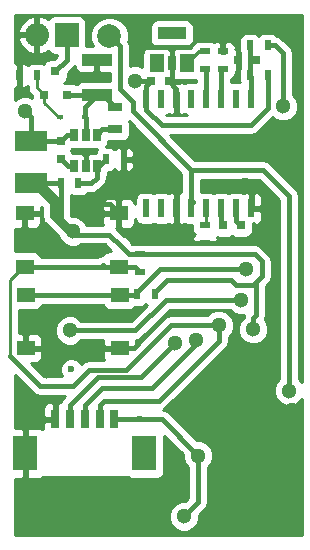
<source format=gbr>
G04 #@! TF.FileFunction,Copper,L1,Top,Signal*
%FSLAX46Y46*%
G04 Gerber Fmt 4.6, Leading zero omitted, Abs format (unit mm)*
G04 Created by KiCad (PCBNEW (2015-09-15 BZR 6201)-product) date Mittwoch, 11. Mai 2016 'u18' 17:18:36*
%MOMM*%
G01*
G04 APERTURE LIST*
%ADD10C,0.100000*%
%ADD11R,1.300000X0.700000*%
%ADD12R,0.800000X0.750000*%
%ADD13R,0.750000X0.800000*%
%ADD14R,0.590000X0.450000*%
%ADD15R,2.794000X1.778000*%
%ADD16R,0.500000X0.900000*%
%ADD17R,0.900000X0.500000*%
%ADD18R,1.200000X1.500000*%
%ADD19R,2.400000X1.100000*%
%ADD20R,0.800000X1.200000*%
%ADD21R,1.550000X1.300000*%
%ADD22R,0.800100X0.800100*%
%ADD23R,0.690880X1.000760*%
%ADD24R,0.600000X1.500000*%
%ADD25R,2.032000X2.032000*%
%ADD26O,2.032000X2.032000*%
%ADD27R,0.800000X1.600000*%
%ADD28R,2.100000X3.000000*%
%ADD29R,2.500000X1.000000*%
%ADD30C,1.300000*%
%ADD31C,2.000000*%
%ADD32C,0.600000*%
%ADD33C,0.400000*%
%ADD34C,0.250000*%
%ADD35C,0.254000*%
G04 APERTURE END LIST*
D10*
D11*
X136144000Y-62616000D03*
X136144000Y-64516000D03*
D12*
X148082000Y-58674000D03*
X146582000Y-58674000D03*
D13*
X131572000Y-67032000D03*
X131572000Y-65532000D03*
D12*
X145312000Y-72644000D03*
X146812000Y-72644000D03*
X139216000Y-60452000D03*
X140716000Y-60452000D03*
D14*
X133643000Y-63500000D03*
X131533000Y-63500000D03*
D15*
X129032000Y-65532000D03*
X129032000Y-69088000D03*
D16*
X147586000Y-57404000D03*
X149086000Y-57404000D03*
D17*
X143764000Y-74144000D03*
X143764000Y-72644000D03*
X145288000Y-59412000D03*
X145288000Y-57912000D03*
X143764000Y-59412000D03*
X143764000Y-57912000D03*
X138303000Y-75069000D03*
X138303000Y-76569000D03*
D16*
X139516000Y-78466000D03*
X138016000Y-78466000D03*
X129540000Y-59944000D03*
X128040000Y-59944000D03*
D18*
X139700000Y-58928000D03*
X142240000Y-58928000D03*
D19*
X140970000Y-56388000D03*
D20*
X140970000Y-58928000D03*
D16*
X131572000Y-69088000D03*
X133072000Y-69088000D03*
X135394000Y-67056000D03*
X136894000Y-67056000D03*
D21*
X128524000Y-76128000D03*
X128524000Y-71628000D03*
X136474000Y-71628000D03*
X136474000Y-76128000D03*
X128613000Y-83022000D03*
X128613000Y-78522000D03*
X136563000Y-78522000D03*
X136563000Y-83022000D03*
D22*
X130175000Y-61595000D03*
X132075000Y-61595000D03*
X131125000Y-59596020D03*
D23*
X132720080Y-67624960D03*
X133670040Y-67624960D03*
X134620000Y-67624960D03*
X134620000Y-65024000D03*
X133670040Y-65024000D03*
X132720080Y-65024000D03*
D24*
X138811000Y-71198000D03*
X140081000Y-71198000D03*
X141351000Y-71198000D03*
X142621000Y-71198000D03*
X143891000Y-71198000D03*
X145161000Y-71198000D03*
X146431000Y-71198000D03*
X147701000Y-71198000D03*
X147701000Y-61898000D03*
X146431000Y-61898000D03*
X145161000Y-61898000D03*
X143891000Y-61898000D03*
X142621000Y-61898000D03*
X141351000Y-61898000D03*
X140081000Y-61898000D03*
X138811000Y-61898000D03*
D25*
X132080000Y-56515000D03*
D26*
X129540000Y-56515000D03*
D27*
X131104000Y-89048000D03*
X132354000Y-89048000D03*
X133604000Y-89048000D03*
X134854000Y-89048000D03*
X136104000Y-89048000D03*
D28*
X128554000Y-91948000D03*
X138654000Y-91948000D03*
D16*
X149086000Y-59944000D03*
X147586000Y-59944000D03*
D29*
X134620000Y-61595000D03*
X134620000Y-58595000D03*
D30*
X139193882Y-67992341D03*
X144023271Y-66050086D03*
X138430000Y-96647000D03*
X146177000Y-84201000D03*
X151130000Y-88265000D03*
X147193000Y-69215000D03*
X128270000Y-97028000D03*
X130429000Y-84963000D03*
X128778000Y-88392000D03*
X137847863Y-57086563D03*
X150888269Y-86626802D03*
D31*
X135696725Y-56611311D03*
D30*
X147867074Y-81432959D03*
D32*
X132461000Y-84836000D03*
X138264640Y-89048000D03*
D30*
X143190499Y-92128613D03*
X132588000Y-73152000D03*
X141986000Y-97282000D03*
X137848692Y-60382392D03*
X128524000Y-62992000D03*
X146858742Y-78956366D03*
X132334000Y-81534000D03*
X147293477Y-76317115D03*
X150393651Y-62538607D03*
X144956876Y-81083671D03*
X143051642Y-82308440D03*
X141240266Y-82618962D03*
D33*
X133670040Y-65024000D02*
X133670040Y-63527040D01*
X133670040Y-63527040D02*
X133643000Y-63500000D01*
D34*
X134620000Y-61595000D02*
X135123000Y-61595000D01*
D33*
X135123000Y-61595000D02*
X136144000Y-62616000D01*
X133643000Y-63500000D02*
X133643000Y-62572000D01*
X133643000Y-62572000D02*
X134620000Y-61595000D01*
X132075000Y-61595000D02*
X134620000Y-61595000D01*
X141351000Y-71198000D02*
X141351000Y-69703266D01*
X141351000Y-69703266D02*
X139640075Y-67992341D01*
X139640075Y-67992341D02*
X139193882Y-67992341D01*
X138430000Y-96647000D02*
X138557000Y-96520000D01*
X146177000Y-84201000D02*
X146826999Y-83551001D01*
X146826999Y-83551001D02*
X146826999Y-83453999D01*
X136563000Y-83022000D02*
X137738000Y-83022000D01*
X137738000Y-83022000D02*
X138303000Y-82457000D01*
X147701000Y-71198000D02*
X147701000Y-69723000D01*
X147701000Y-69723000D02*
X147193000Y-69215000D01*
X131104000Y-89048000D02*
X129434000Y-89048000D01*
X129434000Y-89048000D02*
X128778000Y-88392000D01*
X134620000Y-70866000D02*
X135712000Y-70866000D01*
X135712000Y-70866000D02*
X136474000Y-71628000D01*
X134620000Y-70866000D02*
X134620000Y-70104000D01*
X134620000Y-70104000D02*
X135636000Y-69088000D01*
X139065000Y-57531000D02*
X142494000Y-57531000D01*
X140970000Y-57531000D02*
X139065000Y-57531000D01*
X140970000Y-57928000D02*
X140970000Y-57531000D01*
X140970000Y-58928000D02*
X140970000Y-57928000D01*
X133670040Y-67624960D02*
X133670040Y-66724580D01*
X133670040Y-66724580D02*
X133604000Y-66658540D01*
X140970000Y-58928000D02*
X140970000Y-60198000D01*
X140970000Y-60198000D02*
X140716000Y-60452000D01*
X141351000Y-61898000D02*
X141351000Y-61087000D01*
X141351000Y-61087000D02*
X140716000Y-60452000D01*
X150888269Y-85707564D02*
X150888269Y-86626802D01*
X150888269Y-70116269D02*
X150888269Y-85707564D01*
X148705830Y-67933830D02*
X150888269Y-70116269D01*
X142621000Y-67933830D02*
X148705830Y-67933830D01*
X142621000Y-71198000D02*
X142621000Y-67933830D01*
X142621000Y-67933830D02*
X137657307Y-62970137D01*
X136562467Y-61080837D02*
X136562467Y-57477053D01*
X137657307Y-62970137D02*
X137657307Y-62175677D01*
X137657307Y-62175677D02*
X136562467Y-61080837D01*
X136562467Y-57477053D02*
X135696725Y-56611311D01*
X142621000Y-71198000D02*
X142621000Y-70748000D01*
X142621000Y-70748000D02*
X142748000Y-70621000D01*
X147586000Y-58674000D02*
X147586000Y-57404000D01*
X147586000Y-59944000D02*
X147586000Y-58674000D01*
X147701000Y-61898000D02*
X147701000Y-60059000D01*
X147701000Y-60059000D02*
X147586000Y-59944000D01*
D34*
X147803000Y-62000000D02*
X147701000Y-61898000D01*
D33*
X130810000Y-71882000D02*
X132080000Y-73152000D01*
X132080000Y-73152000D02*
X132588000Y-73152000D01*
X130810000Y-70739000D02*
X130810000Y-71882000D01*
X129159000Y-69088000D02*
X130810000Y-70739000D01*
X129032000Y-69088000D02*
X129159000Y-69088000D01*
X131191000Y-70358000D02*
X131191000Y-70620789D01*
X131191000Y-70620789D02*
X131191000Y-72009000D01*
X129032000Y-69088000D02*
X129658211Y-69088000D01*
X129658211Y-69088000D02*
X131191000Y-70620789D01*
X131572000Y-72390000D02*
X131826000Y-72390000D01*
X131826000Y-72390000D02*
X132588000Y-73152000D01*
X131191000Y-72009000D02*
X131572000Y-72390000D01*
X129921000Y-69088000D02*
X131191000Y-70358000D01*
X129032000Y-69088000D02*
X129921000Y-69088000D01*
X132588000Y-73152000D02*
X132854000Y-73418000D01*
X132854000Y-73418000D02*
X135648000Y-73418000D01*
X135648000Y-73418000D02*
X136652000Y-74422000D01*
X138303000Y-75069000D02*
X137316998Y-75069000D01*
X137316998Y-75069000D02*
X137307999Y-75077999D01*
X139516000Y-78466000D02*
X139516000Y-78266000D01*
X145963421Y-77228751D02*
X146389802Y-77655132D01*
X146389802Y-77655132D02*
X147890159Y-77655132D01*
X139516000Y-78266000D02*
X140553249Y-77228751D01*
X147890159Y-77655132D02*
X148128904Y-77416387D01*
X140553249Y-77228751D02*
X145963421Y-77228751D01*
X147867074Y-81432959D02*
X147867074Y-80513721D01*
X147867074Y-80513721D02*
X148128904Y-80251891D01*
X148128904Y-80251891D02*
X148128904Y-77416387D01*
X148590000Y-75692000D02*
X147975999Y-75077999D01*
X147975999Y-75077999D02*
X137307999Y-75077999D01*
X137307999Y-75077999D02*
X136652000Y-74422000D01*
X148128904Y-77416387D02*
X148590000Y-76955291D01*
X148590000Y-76955291D02*
X148590000Y-75692000D01*
X137802774Y-89048000D02*
X140109886Y-89048000D01*
X136104000Y-89048000D02*
X137802774Y-89048000D01*
D34*
X137802774Y-89048000D02*
X138264640Y-89048000D01*
D33*
X138811000Y-61898000D02*
X138811000Y-62828716D01*
X138811000Y-62828716D02*
X140106562Y-64124278D01*
X140106562Y-64124278D02*
X147671715Y-64124278D01*
X147671715Y-64124278D02*
X149086000Y-62709993D01*
X149086000Y-62709993D02*
X149086000Y-60794000D01*
X149086000Y-60794000D02*
X149086000Y-59944000D01*
X140109886Y-89048000D02*
X143190499Y-92128613D01*
X143190499Y-93047851D02*
X143190499Y-92128613D01*
X143190499Y-96077501D02*
X143190499Y-93047851D01*
X141986000Y-97282000D02*
X143190499Y-96077501D01*
X131572000Y-72136000D02*
X132588000Y-73152000D01*
X131620000Y-70866000D02*
X131620000Y-72088000D01*
X131620000Y-72088000D02*
X131572000Y-72136000D01*
X137918300Y-60452000D02*
X137848692Y-60382392D01*
X139216000Y-60452000D02*
X137918300Y-60452000D01*
X131572000Y-69088000D02*
X131572000Y-72136000D01*
X129032000Y-69088000D02*
X131572000Y-69088000D01*
X138811000Y-61898000D02*
X138811000Y-60857000D01*
X138811000Y-60857000D02*
X139216000Y-60452000D01*
X132720080Y-67624960D02*
X132164960Y-67624960D01*
X132164960Y-67624960D02*
X131572000Y-67032000D01*
X129032000Y-63500000D02*
X128524000Y-62992000D01*
X129032000Y-65532000D02*
X129032000Y-63500000D01*
X132720080Y-65024000D02*
X132080000Y-65024000D01*
X132080000Y-65024000D02*
X131572000Y-65532000D01*
X131572000Y-65532000D02*
X129032000Y-65532000D01*
X145161000Y-71198000D02*
X145161000Y-72493000D01*
X145161000Y-72493000D02*
X145312000Y-72644000D01*
X146431000Y-71198000D02*
X146431000Y-72263000D01*
X146431000Y-72263000D02*
X146812000Y-72644000D01*
X145939504Y-78956366D02*
X146858742Y-78956366D01*
X140445636Y-78956366D02*
X145939504Y-78956366D01*
X137868002Y-81534000D02*
X140445636Y-78956366D01*
X132334000Y-81534000D02*
X137868002Y-81534000D01*
X132080000Y-56515000D02*
X132080000Y-58641020D01*
X132080000Y-58641020D02*
X131125000Y-59596020D01*
X136563000Y-78522000D02*
X128613000Y-78522000D01*
X146374239Y-76317115D02*
X147293477Y-76317115D01*
X139964885Y-76317115D02*
X146374239Y-76317115D01*
X138016000Y-78266000D02*
X139964885Y-76317115D01*
X138016000Y-78466000D02*
X138016000Y-78266000D01*
X136563000Y-78522000D02*
X137960000Y-78522000D01*
X137960000Y-78522000D02*
X138016000Y-78466000D01*
D34*
X130175000Y-61595000D02*
X130175000Y-62245050D01*
X130175000Y-62245050D02*
X131429950Y-63500000D01*
X131429950Y-63500000D02*
X131533000Y-63500000D01*
X129540000Y-59944000D02*
X129540000Y-60960000D01*
X129540000Y-60960000D02*
X130175000Y-61595000D01*
X131509000Y-63524000D02*
X131533000Y-63500000D01*
D33*
X150393651Y-62538607D02*
X150393651Y-58061651D01*
X149736000Y-57404000D02*
X149086000Y-57404000D01*
X150393651Y-58061651D02*
X149736000Y-57404000D01*
X134620000Y-65024000D02*
X134620000Y-64990000D01*
X134620000Y-64990000D02*
X135094000Y-64516000D01*
X135094000Y-64516000D02*
X136144000Y-64516000D01*
D34*
X143891000Y-71198000D02*
X143891000Y-72517000D01*
X143891000Y-72517000D02*
X143764000Y-72644000D01*
D33*
X145161000Y-61898000D02*
X145161000Y-59539000D01*
X145161000Y-59539000D02*
X145288000Y-59412000D01*
X143891000Y-61898000D02*
X143891000Y-59539000D01*
X143891000Y-59539000D02*
X143764000Y-59412000D01*
D34*
X143764000Y-57912000D02*
X143256000Y-57912000D01*
X143256000Y-57912000D02*
X142240000Y-58928000D01*
D33*
X136474000Y-76128000D02*
X137862000Y-76128000D01*
X137862000Y-76128000D02*
X138303000Y-76569000D01*
X136474000Y-76128000D02*
X128524000Y-76128000D01*
X127254000Y-83673002D02*
X129813998Y-86233000D01*
X129813998Y-86233000D02*
X132588000Y-86233000D01*
X132588000Y-86233000D02*
X133933292Y-84887708D01*
X133933292Y-84887708D02*
X137108292Y-84887708D01*
X137108292Y-84887708D02*
X140912329Y-81083671D01*
X140912329Y-81083671D02*
X144956876Y-81083671D01*
D34*
X127254000Y-77273000D02*
X127254000Y-83673002D01*
X128524000Y-76128000D02*
X128399000Y-76128000D01*
X128399000Y-76128000D02*
X127254000Y-77273000D01*
D33*
X144956876Y-81083671D02*
X144956876Y-82419666D01*
X144956876Y-82419666D02*
X139913416Y-87463126D01*
X139913416Y-87463126D02*
X135238874Y-87463126D01*
X135238874Y-87463126D02*
X134854000Y-87848000D01*
X134854000Y-87848000D02*
X134854000Y-89048000D01*
X144956876Y-81473111D02*
X144956876Y-81083671D01*
X136474000Y-76128000D02*
X135299000Y-76128000D01*
X135299000Y-76128000D02*
X135128000Y-75957000D01*
X134620000Y-67624960D02*
X134825040Y-67624960D01*
X134825040Y-67624960D02*
X135394000Y-67056000D01*
X134136000Y-69088000D02*
X134620000Y-68604000D01*
X134620000Y-68604000D02*
X134620000Y-67624960D01*
X133072000Y-69088000D02*
X134136000Y-69088000D01*
X133604000Y-89048000D02*
X133604000Y-87848000D01*
X139277680Y-86427426D02*
X143051642Y-82653464D01*
X133604000Y-87848000D02*
X135024574Y-86427426D01*
X135024574Y-86427426D02*
X139277680Y-86427426D01*
X143051642Y-82653464D02*
X143051642Y-82308440D01*
X132354000Y-89048000D02*
X132354000Y-87848000D01*
X132354000Y-87848000D02*
X134714281Y-85487719D01*
X134714281Y-85487719D02*
X138371509Y-85487719D01*
X138371509Y-85487719D02*
X140590267Y-83268961D01*
X140590267Y-83268961D02*
X141240266Y-82618962D01*
D35*
G36*
X141786000Y-68279698D02*
X141786000Y-69816600D01*
X141777310Y-69813000D01*
X141636750Y-69813000D01*
X141478000Y-69971750D01*
X141478000Y-71071000D01*
X141498000Y-71071000D01*
X141498000Y-71325000D01*
X141478000Y-71325000D01*
X141478000Y-72424250D01*
X141636750Y-72583000D01*
X141777310Y-72583000D01*
X141994122Y-72493194D01*
X142069110Y-72544431D01*
X142321000Y-72595440D01*
X142666560Y-72595440D01*
X142666560Y-72894000D01*
X142710838Y-73129317D01*
X142849910Y-73345441D01*
X142918006Y-73391969D01*
X142775673Y-73534302D01*
X142679000Y-73767691D01*
X142679000Y-73860250D01*
X142837750Y-74019000D01*
X143637000Y-74019000D01*
X143637000Y-73997000D01*
X143891000Y-73997000D01*
X143891000Y-74019000D01*
X144690250Y-74019000D01*
X144849000Y-73860250D01*
X144849000Y-73767691D01*
X144797452Y-73643243D01*
X144912000Y-73666440D01*
X145712000Y-73666440D01*
X145947317Y-73622162D01*
X146061978Y-73548380D01*
X146160110Y-73615431D01*
X146412000Y-73666440D01*
X147212000Y-73666440D01*
X147447317Y-73622162D01*
X147663441Y-73483090D01*
X147808431Y-73270890D01*
X147859440Y-73019000D01*
X147859440Y-72455690D01*
X147986750Y-72583000D01*
X148127310Y-72583000D01*
X148360699Y-72486327D01*
X148539327Y-72307698D01*
X148636000Y-72074309D01*
X148636000Y-71483750D01*
X148477250Y-71325000D01*
X147828000Y-71325000D01*
X147828000Y-71345000D01*
X147574000Y-71345000D01*
X147574000Y-71325000D01*
X147554000Y-71325000D01*
X147554000Y-71071000D01*
X147574000Y-71071000D01*
X147574000Y-69971750D01*
X147828000Y-69971750D01*
X147828000Y-71071000D01*
X148477250Y-71071000D01*
X148636000Y-70912250D01*
X148636000Y-70321691D01*
X148539327Y-70088302D01*
X148360699Y-69909673D01*
X148127310Y-69813000D01*
X147986750Y-69813000D01*
X147828000Y-69971750D01*
X147574000Y-69971750D01*
X147415250Y-69813000D01*
X147274690Y-69813000D01*
X147057878Y-69902806D01*
X146982890Y-69851569D01*
X146731000Y-69800560D01*
X146131000Y-69800560D01*
X145895683Y-69844838D01*
X145796472Y-69908678D01*
X145712890Y-69851569D01*
X145461000Y-69800560D01*
X144861000Y-69800560D01*
X144625683Y-69844838D01*
X144526472Y-69908678D01*
X144442890Y-69851569D01*
X144191000Y-69800560D01*
X143591000Y-69800560D01*
X143456000Y-69825962D01*
X143456000Y-68768830D01*
X148359962Y-68768830D01*
X150053269Y-70462137D01*
X150053269Y-85644665D01*
X149799534Y-85897957D01*
X149603492Y-86370078D01*
X149603046Y-86881283D01*
X149798264Y-87353745D01*
X150159424Y-87715537D01*
X150631545Y-87911579D01*
X151142750Y-87912025D01*
X151615212Y-87716807D01*
X151969000Y-87363637D01*
X151969000Y-98883000D01*
X127685000Y-98883000D01*
X127685000Y-94083000D01*
X128268250Y-94083000D01*
X128427000Y-93924250D01*
X128427000Y-92075000D01*
X128407000Y-92075000D01*
X128407000Y-91821000D01*
X128427000Y-91821000D01*
X128427000Y-89971750D01*
X128268250Y-89813000D01*
X127685000Y-89813000D01*
X127685000Y-88121690D01*
X130069000Y-88121690D01*
X130069000Y-88762250D01*
X130227750Y-88921000D01*
X130977000Y-88921000D01*
X130977000Y-87771750D01*
X130818250Y-87613000D01*
X130577691Y-87613000D01*
X130344302Y-87709673D01*
X130165673Y-87888301D01*
X130069000Y-88121690D01*
X127685000Y-88121690D01*
X127685000Y-85284870D01*
X129223564Y-86823434D01*
X129494457Y-87004439D01*
X129813998Y-87068000D01*
X131953132Y-87068000D01*
X131763566Y-87257566D01*
X131582561Y-87528459D01*
X131565745Y-87613000D01*
X131389750Y-87613000D01*
X131231000Y-87771750D01*
X131231000Y-88921000D01*
X131251000Y-88921000D01*
X131251000Y-89175000D01*
X131231000Y-89175000D01*
X131231000Y-89195000D01*
X130977000Y-89195000D01*
X130977000Y-89175000D01*
X130227750Y-89175000D01*
X130069000Y-89333750D01*
X130069000Y-89916000D01*
X129970025Y-89916000D01*
X129963698Y-89909673D01*
X129730309Y-89813000D01*
X128839750Y-89813000D01*
X128681000Y-89971750D01*
X128681000Y-91821000D01*
X128701000Y-91821000D01*
X128701000Y-92075000D01*
X128681000Y-92075000D01*
X128681000Y-93924250D01*
X128839750Y-94083000D01*
X129730309Y-94083000D01*
X129963698Y-93986327D01*
X129970025Y-93980000D01*
X137257812Y-93980000D01*
X137352110Y-94044431D01*
X137604000Y-94095440D01*
X139704000Y-94095440D01*
X139939317Y-94051162D01*
X140155441Y-93912090D01*
X140300431Y-93699890D01*
X140351440Y-93448000D01*
X140351440Y-90470422D01*
X141905589Y-92024571D01*
X141905276Y-92383094D01*
X142100494Y-92855556D01*
X142355499Y-93111007D01*
X142355499Y-95731633D01*
X142090042Y-95997090D01*
X141731519Y-95996777D01*
X141259057Y-96191995D01*
X140897265Y-96553155D01*
X140701223Y-97025276D01*
X140700777Y-97536481D01*
X140895995Y-98008943D01*
X141257155Y-98370735D01*
X141729276Y-98566777D01*
X142240481Y-98567223D01*
X142712943Y-98372005D01*
X143074735Y-98010845D01*
X143270777Y-97538724D01*
X143271092Y-97177776D01*
X143780933Y-96667935D01*
X143961938Y-96397042D01*
X144025499Y-96077501D01*
X144025499Y-93110750D01*
X144279234Y-92857458D01*
X144475276Y-92385337D01*
X144475722Y-91874132D01*
X144280504Y-91401670D01*
X143919344Y-91039878D01*
X143447223Y-90843836D01*
X143086275Y-90843521D01*
X140700320Y-88457566D01*
X140533128Y-88345852D01*
X140429427Y-88276561D01*
X140225628Y-88236023D01*
X140232957Y-88234565D01*
X140503850Y-88053560D01*
X145547310Y-83010100D01*
X145728316Y-82739206D01*
X145791876Y-82419666D01*
X145791876Y-82065808D01*
X146045611Y-81812516D01*
X146241653Y-81340395D01*
X146242099Y-80829190D01*
X146046881Y-80356728D01*
X145685721Y-79994936D01*
X145213600Y-79798894D01*
X144702395Y-79798448D01*
X144229933Y-79993666D01*
X143974482Y-80248671D01*
X140912329Y-80248671D01*
X140592789Y-80312231D01*
X140321895Y-80493237D01*
X137920134Y-82894998D01*
X137814252Y-82894998D01*
X137973000Y-82736250D01*
X137973000Y-82348114D01*
X138187543Y-82305439D01*
X138458436Y-82124434D01*
X140791504Y-79791366D01*
X145876605Y-79791366D01*
X146129897Y-80045101D01*
X146602018Y-80241143D01*
X147086209Y-80241565D01*
X147047685Y-80435238D01*
X146778339Y-80704114D01*
X146582297Y-81176235D01*
X146581851Y-81687440D01*
X146777069Y-82159902D01*
X147138229Y-82521694D01*
X147610350Y-82717736D01*
X148121555Y-82718182D01*
X148594017Y-82522964D01*
X148955809Y-82161804D01*
X149151851Y-81689683D01*
X149152297Y-81178478D01*
X148957079Y-80706016D01*
X148869223Y-80618006D01*
X148900344Y-80571431D01*
X148963904Y-80251891D01*
X148963904Y-77762255D01*
X149180434Y-77545725D01*
X149214621Y-77494561D01*
X149361439Y-77274832D01*
X149425000Y-76955291D01*
X149425000Y-75692000D01*
X149397613Y-75554317D01*
X149361440Y-75372460D01*
X149180434Y-75101566D01*
X148566433Y-74487565D01*
X148490423Y-74436777D01*
X148295540Y-74306560D01*
X147975999Y-74242999D01*
X139034790Y-74242999D01*
X139004890Y-74222569D01*
X138753000Y-74171560D01*
X137853000Y-74171560D01*
X137625277Y-74214409D01*
X137544535Y-74133667D01*
X137445117Y-73893057D01*
X137182327Y-73629808D01*
X136940090Y-73529222D01*
X136256059Y-72845191D01*
X136347000Y-72754250D01*
X136347000Y-71755000D01*
X135222750Y-71755000D01*
X135064000Y-71913750D01*
X135064000Y-72404310D01*
X135138016Y-72583000D01*
X133743266Y-72583000D01*
X133678005Y-72425057D01*
X133316845Y-72063265D01*
X132844724Y-71867223D01*
X132483776Y-71866908D01*
X132455000Y-71838132D01*
X132455000Y-70866000D01*
X132452154Y-70851690D01*
X135064000Y-70851690D01*
X135064000Y-71342250D01*
X135222750Y-71501000D01*
X136347000Y-71501000D01*
X136347000Y-70501750D01*
X136601000Y-70501750D01*
X136601000Y-71501000D01*
X136621000Y-71501000D01*
X136621000Y-71755000D01*
X136601000Y-71755000D01*
X136601000Y-72754250D01*
X136759750Y-72913000D01*
X137375309Y-72913000D01*
X137608698Y-72816327D01*
X137787327Y-72637699D01*
X137884000Y-72404310D01*
X137884000Y-72056629D01*
X137907838Y-72183317D01*
X138046910Y-72399441D01*
X138259110Y-72544431D01*
X138511000Y-72595440D01*
X139111000Y-72595440D01*
X139346317Y-72551162D01*
X139445528Y-72487322D01*
X139529110Y-72544431D01*
X139781000Y-72595440D01*
X140381000Y-72595440D01*
X140616317Y-72551162D01*
X140706980Y-72492822D01*
X140924690Y-72583000D01*
X141065250Y-72583000D01*
X141224000Y-72424250D01*
X141224000Y-71325000D01*
X141204000Y-71325000D01*
X141204000Y-71071000D01*
X141224000Y-71071000D01*
X141224000Y-69971750D01*
X141065250Y-69813000D01*
X140924690Y-69813000D01*
X140707878Y-69902806D01*
X140632890Y-69851569D01*
X140381000Y-69800560D01*
X139781000Y-69800560D01*
X139545683Y-69844838D01*
X139446472Y-69908678D01*
X139362890Y-69851569D01*
X139111000Y-69800560D01*
X138511000Y-69800560D01*
X138275683Y-69844838D01*
X138059559Y-69983910D01*
X137914569Y-70196110D01*
X137863560Y-70448000D01*
X137863560Y-70802344D01*
X137787327Y-70618301D01*
X137608698Y-70439673D01*
X137375309Y-70343000D01*
X136759750Y-70343000D01*
X136601000Y-70501750D01*
X136347000Y-70501750D01*
X136188250Y-70343000D01*
X135572691Y-70343000D01*
X135339302Y-70439673D01*
X135160673Y-70618301D01*
X135064000Y-70851690D01*
X132452154Y-70851690D01*
X132407000Y-70624689D01*
X132407000Y-70022983D01*
X132570110Y-70134431D01*
X132822000Y-70185440D01*
X133322000Y-70185440D01*
X133557317Y-70141162D01*
X133773441Y-70002090D01*
X133827481Y-69923000D01*
X134136000Y-69923000D01*
X134455541Y-69859439D01*
X134726434Y-69678434D01*
X135210434Y-69194434D01*
X135281551Y-69088000D01*
X135391439Y-68923541D01*
X135455000Y-68604000D01*
X135455000Y-68533641D01*
X135561871Y-68377230D01*
X135607190Y-68153440D01*
X135644000Y-68153440D01*
X135879317Y-68109162D01*
X136095441Y-67970090D01*
X136141969Y-67901994D01*
X136284302Y-68044327D01*
X136517691Y-68141000D01*
X136610250Y-68141000D01*
X136769000Y-67982250D01*
X136769000Y-67183000D01*
X137019000Y-67183000D01*
X137019000Y-67982250D01*
X137177750Y-68141000D01*
X137270309Y-68141000D01*
X137503698Y-68044327D01*
X137682327Y-67865699D01*
X137779000Y-67632310D01*
X137779000Y-67341750D01*
X137620250Y-67183000D01*
X137019000Y-67183000D01*
X136769000Y-67183000D01*
X136747000Y-67183000D01*
X136747000Y-66929000D01*
X136769000Y-66929000D01*
X136769000Y-66129750D01*
X137019000Y-66129750D01*
X137019000Y-66929000D01*
X137620250Y-66929000D01*
X137779000Y-66770250D01*
X137779000Y-66479690D01*
X137682327Y-66246301D01*
X137503698Y-66067673D01*
X137270309Y-65971000D01*
X137177750Y-65971000D01*
X137019000Y-66129750D01*
X136769000Y-66129750D01*
X136610250Y-65971000D01*
X136517691Y-65971000D01*
X136284302Y-66067673D01*
X136143064Y-66208910D01*
X136108090Y-66154559D01*
X135895890Y-66009569D01*
X135644000Y-65958560D01*
X135437318Y-65958560D01*
X135561871Y-65776270D01*
X135612880Y-65524380D01*
X135612880Y-65513440D01*
X136794000Y-65513440D01*
X137029317Y-65469162D01*
X137245441Y-65330090D01*
X137390431Y-65117890D01*
X137441440Y-64866000D01*
X137441440Y-64166000D01*
X137397162Y-63930683D01*
X137325285Y-63818983D01*
X141786000Y-68279698D01*
X141786000Y-68279698D01*
G37*
X141786000Y-68279698D02*
X141786000Y-69816600D01*
X141777310Y-69813000D01*
X141636750Y-69813000D01*
X141478000Y-69971750D01*
X141478000Y-71071000D01*
X141498000Y-71071000D01*
X141498000Y-71325000D01*
X141478000Y-71325000D01*
X141478000Y-72424250D01*
X141636750Y-72583000D01*
X141777310Y-72583000D01*
X141994122Y-72493194D01*
X142069110Y-72544431D01*
X142321000Y-72595440D01*
X142666560Y-72595440D01*
X142666560Y-72894000D01*
X142710838Y-73129317D01*
X142849910Y-73345441D01*
X142918006Y-73391969D01*
X142775673Y-73534302D01*
X142679000Y-73767691D01*
X142679000Y-73860250D01*
X142837750Y-74019000D01*
X143637000Y-74019000D01*
X143637000Y-73997000D01*
X143891000Y-73997000D01*
X143891000Y-74019000D01*
X144690250Y-74019000D01*
X144849000Y-73860250D01*
X144849000Y-73767691D01*
X144797452Y-73643243D01*
X144912000Y-73666440D01*
X145712000Y-73666440D01*
X145947317Y-73622162D01*
X146061978Y-73548380D01*
X146160110Y-73615431D01*
X146412000Y-73666440D01*
X147212000Y-73666440D01*
X147447317Y-73622162D01*
X147663441Y-73483090D01*
X147808431Y-73270890D01*
X147859440Y-73019000D01*
X147859440Y-72455690D01*
X147986750Y-72583000D01*
X148127310Y-72583000D01*
X148360699Y-72486327D01*
X148539327Y-72307698D01*
X148636000Y-72074309D01*
X148636000Y-71483750D01*
X148477250Y-71325000D01*
X147828000Y-71325000D01*
X147828000Y-71345000D01*
X147574000Y-71345000D01*
X147574000Y-71325000D01*
X147554000Y-71325000D01*
X147554000Y-71071000D01*
X147574000Y-71071000D01*
X147574000Y-69971750D01*
X147828000Y-69971750D01*
X147828000Y-71071000D01*
X148477250Y-71071000D01*
X148636000Y-70912250D01*
X148636000Y-70321691D01*
X148539327Y-70088302D01*
X148360699Y-69909673D01*
X148127310Y-69813000D01*
X147986750Y-69813000D01*
X147828000Y-69971750D01*
X147574000Y-69971750D01*
X147415250Y-69813000D01*
X147274690Y-69813000D01*
X147057878Y-69902806D01*
X146982890Y-69851569D01*
X146731000Y-69800560D01*
X146131000Y-69800560D01*
X145895683Y-69844838D01*
X145796472Y-69908678D01*
X145712890Y-69851569D01*
X145461000Y-69800560D01*
X144861000Y-69800560D01*
X144625683Y-69844838D01*
X144526472Y-69908678D01*
X144442890Y-69851569D01*
X144191000Y-69800560D01*
X143591000Y-69800560D01*
X143456000Y-69825962D01*
X143456000Y-68768830D01*
X148359962Y-68768830D01*
X150053269Y-70462137D01*
X150053269Y-85644665D01*
X149799534Y-85897957D01*
X149603492Y-86370078D01*
X149603046Y-86881283D01*
X149798264Y-87353745D01*
X150159424Y-87715537D01*
X150631545Y-87911579D01*
X151142750Y-87912025D01*
X151615212Y-87716807D01*
X151969000Y-87363637D01*
X151969000Y-98883000D01*
X127685000Y-98883000D01*
X127685000Y-94083000D01*
X128268250Y-94083000D01*
X128427000Y-93924250D01*
X128427000Y-92075000D01*
X128407000Y-92075000D01*
X128407000Y-91821000D01*
X128427000Y-91821000D01*
X128427000Y-89971750D01*
X128268250Y-89813000D01*
X127685000Y-89813000D01*
X127685000Y-88121690D01*
X130069000Y-88121690D01*
X130069000Y-88762250D01*
X130227750Y-88921000D01*
X130977000Y-88921000D01*
X130977000Y-87771750D01*
X130818250Y-87613000D01*
X130577691Y-87613000D01*
X130344302Y-87709673D01*
X130165673Y-87888301D01*
X130069000Y-88121690D01*
X127685000Y-88121690D01*
X127685000Y-85284870D01*
X129223564Y-86823434D01*
X129494457Y-87004439D01*
X129813998Y-87068000D01*
X131953132Y-87068000D01*
X131763566Y-87257566D01*
X131582561Y-87528459D01*
X131565745Y-87613000D01*
X131389750Y-87613000D01*
X131231000Y-87771750D01*
X131231000Y-88921000D01*
X131251000Y-88921000D01*
X131251000Y-89175000D01*
X131231000Y-89175000D01*
X131231000Y-89195000D01*
X130977000Y-89195000D01*
X130977000Y-89175000D01*
X130227750Y-89175000D01*
X130069000Y-89333750D01*
X130069000Y-89916000D01*
X129970025Y-89916000D01*
X129963698Y-89909673D01*
X129730309Y-89813000D01*
X128839750Y-89813000D01*
X128681000Y-89971750D01*
X128681000Y-91821000D01*
X128701000Y-91821000D01*
X128701000Y-92075000D01*
X128681000Y-92075000D01*
X128681000Y-93924250D01*
X128839750Y-94083000D01*
X129730309Y-94083000D01*
X129963698Y-93986327D01*
X129970025Y-93980000D01*
X137257812Y-93980000D01*
X137352110Y-94044431D01*
X137604000Y-94095440D01*
X139704000Y-94095440D01*
X139939317Y-94051162D01*
X140155441Y-93912090D01*
X140300431Y-93699890D01*
X140351440Y-93448000D01*
X140351440Y-90470422D01*
X141905589Y-92024571D01*
X141905276Y-92383094D01*
X142100494Y-92855556D01*
X142355499Y-93111007D01*
X142355499Y-95731633D01*
X142090042Y-95997090D01*
X141731519Y-95996777D01*
X141259057Y-96191995D01*
X140897265Y-96553155D01*
X140701223Y-97025276D01*
X140700777Y-97536481D01*
X140895995Y-98008943D01*
X141257155Y-98370735D01*
X141729276Y-98566777D01*
X142240481Y-98567223D01*
X142712943Y-98372005D01*
X143074735Y-98010845D01*
X143270777Y-97538724D01*
X143271092Y-97177776D01*
X143780933Y-96667935D01*
X143961938Y-96397042D01*
X144025499Y-96077501D01*
X144025499Y-93110750D01*
X144279234Y-92857458D01*
X144475276Y-92385337D01*
X144475722Y-91874132D01*
X144280504Y-91401670D01*
X143919344Y-91039878D01*
X143447223Y-90843836D01*
X143086275Y-90843521D01*
X140700320Y-88457566D01*
X140533128Y-88345852D01*
X140429427Y-88276561D01*
X140225628Y-88236023D01*
X140232957Y-88234565D01*
X140503850Y-88053560D01*
X145547310Y-83010100D01*
X145728316Y-82739206D01*
X145791876Y-82419666D01*
X145791876Y-82065808D01*
X146045611Y-81812516D01*
X146241653Y-81340395D01*
X146242099Y-80829190D01*
X146046881Y-80356728D01*
X145685721Y-79994936D01*
X145213600Y-79798894D01*
X144702395Y-79798448D01*
X144229933Y-79993666D01*
X143974482Y-80248671D01*
X140912329Y-80248671D01*
X140592789Y-80312231D01*
X140321895Y-80493237D01*
X137920134Y-82894998D01*
X137814252Y-82894998D01*
X137973000Y-82736250D01*
X137973000Y-82348114D01*
X138187543Y-82305439D01*
X138458436Y-82124434D01*
X140791504Y-79791366D01*
X145876605Y-79791366D01*
X146129897Y-80045101D01*
X146602018Y-80241143D01*
X147086209Y-80241565D01*
X147047685Y-80435238D01*
X146778339Y-80704114D01*
X146582297Y-81176235D01*
X146581851Y-81687440D01*
X146777069Y-82159902D01*
X147138229Y-82521694D01*
X147610350Y-82717736D01*
X148121555Y-82718182D01*
X148594017Y-82522964D01*
X148955809Y-82161804D01*
X149151851Y-81689683D01*
X149152297Y-81178478D01*
X148957079Y-80706016D01*
X148869223Y-80618006D01*
X148900344Y-80571431D01*
X148963904Y-80251891D01*
X148963904Y-77762255D01*
X149180434Y-77545725D01*
X149214621Y-77494561D01*
X149361439Y-77274832D01*
X149425000Y-76955291D01*
X149425000Y-75692000D01*
X149397613Y-75554317D01*
X149361440Y-75372460D01*
X149180434Y-75101566D01*
X148566433Y-74487565D01*
X148490423Y-74436777D01*
X148295540Y-74306560D01*
X147975999Y-74242999D01*
X139034790Y-74242999D01*
X139004890Y-74222569D01*
X138753000Y-74171560D01*
X137853000Y-74171560D01*
X137625277Y-74214409D01*
X137544535Y-74133667D01*
X137445117Y-73893057D01*
X137182327Y-73629808D01*
X136940090Y-73529222D01*
X136256059Y-72845191D01*
X136347000Y-72754250D01*
X136347000Y-71755000D01*
X135222750Y-71755000D01*
X135064000Y-71913750D01*
X135064000Y-72404310D01*
X135138016Y-72583000D01*
X133743266Y-72583000D01*
X133678005Y-72425057D01*
X133316845Y-72063265D01*
X132844724Y-71867223D01*
X132483776Y-71866908D01*
X132455000Y-71838132D01*
X132455000Y-70866000D01*
X132452154Y-70851690D01*
X135064000Y-70851690D01*
X135064000Y-71342250D01*
X135222750Y-71501000D01*
X136347000Y-71501000D01*
X136347000Y-70501750D01*
X136601000Y-70501750D01*
X136601000Y-71501000D01*
X136621000Y-71501000D01*
X136621000Y-71755000D01*
X136601000Y-71755000D01*
X136601000Y-72754250D01*
X136759750Y-72913000D01*
X137375309Y-72913000D01*
X137608698Y-72816327D01*
X137787327Y-72637699D01*
X137884000Y-72404310D01*
X137884000Y-72056629D01*
X137907838Y-72183317D01*
X138046910Y-72399441D01*
X138259110Y-72544431D01*
X138511000Y-72595440D01*
X139111000Y-72595440D01*
X139346317Y-72551162D01*
X139445528Y-72487322D01*
X139529110Y-72544431D01*
X139781000Y-72595440D01*
X140381000Y-72595440D01*
X140616317Y-72551162D01*
X140706980Y-72492822D01*
X140924690Y-72583000D01*
X141065250Y-72583000D01*
X141224000Y-72424250D01*
X141224000Y-71325000D01*
X141204000Y-71325000D01*
X141204000Y-71071000D01*
X141224000Y-71071000D01*
X141224000Y-69971750D01*
X141065250Y-69813000D01*
X140924690Y-69813000D01*
X140707878Y-69902806D01*
X140632890Y-69851569D01*
X140381000Y-69800560D01*
X139781000Y-69800560D01*
X139545683Y-69844838D01*
X139446472Y-69908678D01*
X139362890Y-69851569D01*
X139111000Y-69800560D01*
X138511000Y-69800560D01*
X138275683Y-69844838D01*
X138059559Y-69983910D01*
X137914569Y-70196110D01*
X137863560Y-70448000D01*
X137863560Y-70802344D01*
X137787327Y-70618301D01*
X137608698Y-70439673D01*
X137375309Y-70343000D01*
X136759750Y-70343000D01*
X136601000Y-70501750D01*
X136347000Y-70501750D01*
X136188250Y-70343000D01*
X135572691Y-70343000D01*
X135339302Y-70439673D01*
X135160673Y-70618301D01*
X135064000Y-70851690D01*
X132452154Y-70851690D01*
X132407000Y-70624689D01*
X132407000Y-70022983D01*
X132570110Y-70134431D01*
X132822000Y-70185440D01*
X133322000Y-70185440D01*
X133557317Y-70141162D01*
X133773441Y-70002090D01*
X133827481Y-69923000D01*
X134136000Y-69923000D01*
X134455541Y-69859439D01*
X134726434Y-69678434D01*
X135210434Y-69194434D01*
X135281551Y-69088000D01*
X135391439Y-68923541D01*
X135455000Y-68604000D01*
X135455000Y-68533641D01*
X135561871Y-68377230D01*
X135607190Y-68153440D01*
X135644000Y-68153440D01*
X135879317Y-68109162D01*
X136095441Y-67970090D01*
X136141969Y-67901994D01*
X136284302Y-68044327D01*
X136517691Y-68141000D01*
X136610250Y-68141000D01*
X136769000Y-67982250D01*
X136769000Y-67183000D01*
X137019000Y-67183000D01*
X137019000Y-67982250D01*
X137177750Y-68141000D01*
X137270309Y-68141000D01*
X137503698Y-68044327D01*
X137682327Y-67865699D01*
X137779000Y-67632310D01*
X137779000Y-67341750D01*
X137620250Y-67183000D01*
X137019000Y-67183000D01*
X136769000Y-67183000D01*
X136747000Y-67183000D01*
X136747000Y-66929000D01*
X136769000Y-66929000D01*
X136769000Y-66129750D01*
X137019000Y-66129750D01*
X137019000Y-66929000D01*
X137620250Y-66929000D01*
X137779000Y-66770250D01*
X137779000Y-66479690D01*
X137682327Y-66246301D01*
X137503698Y-66067673D01*
X137270309Y-65971000D01*
X137177750Y-65971000D01*
X137019000Y-66129750D01*
X136769000Y-66129750D01*
X136610250Y-65971000D01*
X136517691Y-65971000D01*
X136284302Y-66067673D01*
X136143064Y-66208910D01*
X136108090Y-66154559D01*
X135895890Y-66009569D01*
X135644000Y-65958560D01*
X135437318Y-65958560D01*
X135561871Y-65776270D01*
X135612880Y-65524380D01*
X135612880Y-65513440D01*
X136794000Y-65513440D01*
X137029317Y-65469162D01*
X137245441Y-65330090D01*
X137390431Y-65117890D01*
X137441440Y-64866000D01*
X137441440Y-64166000D01*
X137397162Y-63930683D01*
X137325285Y-63818983D01*
X141786000Y-68279698D01*
G36*
X151969000Y-85890569D02*
X151723269Y-85644408D01*
X151723269Y-70116269D01*
X151659708Y-69796728D01*
X151478703Y-69525835D01*
X149296264Y-67343396D01*
X149239427Y-67305419D01*
X149025371Y-67162391D01*
X148705830Y-67098830D01*
X142966868Y-67098830D01*
X140827316Y-64959278D01*
X147671715Y-64959278D01*
X147991256Y-64895717D01*
X148262149Y-64714712D01*
X149507300Y-63469561D01*
X149664806Y-63627342D01*
X150136927Y-63823384D01*
X150648132Y-63823830D01*
X151120594Y-63628612D01*
X151482386Y-63267452D01*
X151678428Y-62795331D01*
X151678874Y-62284126D01*
X151483656Y-61811664D01*
X151228651Y-61556213D01*
X151228651Y-58061651D01*
X151165090Y-57742110D01*
X150984085Y-57471217D01*
X150326434Y-56813566D01*
X150055541Y-56632561D01*
X149858527Y-56593372D01*
X149800090Y-56502559D01*
X149587890Y-56357569D01*
X149336000Y-56306560D01*
X148836000Y-56306560D01*
X148600683Y-56350838D01*
X148384559Y-56489910D01*
X148336866Y-56559711D01*
X148300090Y-56502559D01*
X148087890Y-56357569D01*
X147836000Y-56306560D01*
X147336000Y-56306560D01*
X147100683Y-56350838D01*
X146884559Y-56489910D01*
X146739569Y-56702110D01*
X146688560Y-56954000D01*
X146688560Y-57854000D01*
X146709000Y-57962629D01*
X146709000Y-58547000D01*
X146729000Y-58547000D01*
X146729000Y-58801000D01*
X146709000Y-58801000D01*
X146709000Y-59393064D01*
X146688560Y-59494000D01*
X146688560Y-60394000D01*
X146708611Y-60500560D01*
X146131000Y-60500560D01*
X145996000Y-60525962D01*
X145996000Y-60250566D01*
X146189441Y-60126090D01*
X146334431Y-59913890D01*
X146385440Y-59662000D01*
X146385440Y-59594810D01*
X146455000Y-59525250D01*
X146455000Y-58801000D01*
X146435000Y-58801000D01*
X146435000Y-58547000D01*
X146455000Y-58547000D01*
X146455000Y-57822750D01*
X146316750Y-57684500D01*
X146373000Y-57628250D01*
X146373000Y-57535691D01*
X146276327Y-57302302D01*
X146097699Y-57123673D01*
X145864310Y-57027000D01*
X145573750Y-57027000D01*
X145415000Y-57185750D01*
X145415000Y-57787000D01*
X145435000Y-57787000D01*
X145435000Y-58037000D01*
X145415000Y-58037000D01*
X145415000Y-58059000D01*
X145161000Y-58059000D01*
X145161000Y-58037000D01*
X145141000Y-58037000D01*
X145141000Y-57787000D01*
X145161000Y-57787000D01*
X145161000Y-57185750D01*
X145002250Y-57027000D01*
X144711690Y-57027000D01*
X144523517Y-57104944D01*
X144465890Y-57065569D01*
X144214000Y-57014560D01*
X143314000Y-57014560D01*
X143078683Y-57058838D01*
X142862559Y-57197910D01*
X142761351Y-57346033D01*
X142718599Y-57374599D01*
X142562638Y-57530560D01*
X142421793Y-57530560D01*
X142621441Y-57402090D01*
X142766431Y-57189890D01*
X142817440Y-56938000D01*
X142817440Y-55838000D01*
X142773162Y-55602683D01*
X142634090Y-55386559D01*
X142421890Y-55241569D01*
X142170000Y-55190560D01*
X139770000Y-55190560D01*
X139534683Y-55234838D01*
X139318559Y-55373910D01*
X139173569Y-55586110D01*
X139122560Y-55838000D01*
X139122560Y-56938000D01*
X139166838Y-57173317D01*
X139305910Y-57389441D01*
X139512445Y-57530560D01*
X139100000Y-57530560D01*
X138864683Y-57574838D01*
X138648559Y-57713910D01*
X138503569Y-57926110D01*
X138452560Y-58178000D01*
X138452560Y-59241762D01*
X138105416Y-59097615D01*
X137594211Y-59097169D01*
X137397467Y-59178462D01*
X137397467Y-57477053D01*
X137333906Y-57157512D01*
X137276160Y-57071090D01*
X137331441Y-56937959D01*
X137332009Y-56287516D01*
X137083619Y-55686368D01*
X136624088Y-55226033D01*
X136023373Y-54976595D01*
X135372930Y-54976027D01*
X134771782Y-55224417D01*
X134311447Y-55683948D01*
X134062009Y-56284663D01*
X134061441Y-56935106D01*
X134278323Y-57460000D01*
X133743440Y-57460000D01*
X133743440Y-55499000D01*
X133699162Y-55263683D01*
X133560090Y-55047559D01*
X133347890Y-54902569D01*
X133096000Y-54851560D01*
X131064000Y-54851560D01*
X130828683Y-54895838D01*
X130612559Y-55034910D01*
X130501160Y-55197948D01*
X130404818Y-55108615D01*
X129922944Y-54909025D01*
X129667000Y-55028164D01*
X129667000Y-56388000D01*
X129687000Y-56388000D01*
X129687000Y-56642000D01*
X129667000Y-56642000D01*
X129667000Y-58001836D01*
X129922944Y-58120975D01*
X130404818Y-57921385D01*
X130502398Y-57830903D01*
X130599910Y-57982441D01*
X130812110Y-58127431D01*
X131064000Y-58178440D01*
X131245000Y-58178440D01*
X131245000Y-58295152D01*
X130991622Y-58548530D01*
X130724950Y-58548530D01*
X130489633Y-58592808D01*
X130273509Y-58731880D01*
X130128519Y-58944080D01*
X130126263Y-58955219D01*
X130041890Y-58897569D01*
X129790000Y-58846560D01*
X129290000Y-58846560D01*
X129054683Y-58890838D01*
X128838559Y-59029910D01*
X128792031Y-59098006D01*
X128649698Y-58955673D01*
X128416309Y-58859000D01*
X128323750Y-58859000D01*
X128165000Y-59017750D01*
X128165000Y-59817000D01*
X128187000Y-59817000D01*
X128187000Y-60071000D01*
X128165000Y-60071000D01*
X128165000Y-60870250D01*
X128323750Y-61029000D01*
X128416309Y-61029000D01*
X128649698Y-60932327D01*
X128780000Y-60802026D01*
X128780000Y-60960000D01*
X128837852Y-61250839D01*
X129002599Y-61497401D01*
X129127510Y-61622312D01*
X129127510Y-61851221D01*
X128780724Y-61707223D01*
X128269519Y-61706777D01*
X127797057Y-61901995D01*
X127685000Y-62013856D01*
X127685000Y-61029000D01*
X127756250Y-61029000D01*
X127915000Y-60870250D01*
X127915000Y-60071000D01*
X127893000Y-60071000D01*
X127893000Y-59817000D01*
X127915000Y-59817000D01*
X127915000Y-59017750D01*
X127756250Y-58859000D01*
X127685000Y-58859000D01*
X127685000Y-56897946D01*
X127934017Y-56897946D01*
X128202812Y-57483379D01*
X128675182Y-57921385D01*
X129157056Y-58120975D01*
X129413000Y-58001836D01*
X129413000Y-56642000D01*
X128052633Y-56642000D01*
X127934017Y-56897946D01*
X127685000Y-56897946D01*
X127685000Y-56132054D01*
X127934017Y-56132054D01*
X128052633Y-56388000D01*
X129413000Y-56388000D01*
X129413000Y-55028164D01*
X129157056Y-54909025D01*
X128675182Y-55108615D01*
X128202812Y-55546621D01*
X127934017Y-56132054D01*
X127685000Y-56132054D01*
X127685000Y-54787000D01*
X151969000Y-54787000D01*
X151969000Y-85890569D01*
X151969000Y-85890569D01*
G37*
X151969000Y-85890569D02*
X151723269Y-85644408D01*
X151723269Y-70116269D01*
X151659708Y-69796728D01*
X151478703Y-69525835D01*
X149296264Y-67343396D01*
X149239427Y-67305419D01*
X149025371Y-67162391D01*
X148705830Y-67098830D01*
X142966868Y-67098830D01*
X140827316Y-64959278D01*
X147671715Y-64959278D01*
X147991256Y-64895717D01*
X148262149Y-64714712D01*
X149507300Y-63469561D01*
X149664806Y-63627342D01*
X150136927Y-63823384D01*
X150648132Y-63823830D01*
X151120594Y-63628612D01*
X151482386Y-63267452D01*
X151678428Y-62795331D01*
X151678874Y-62284126D01*
X151483656Y-61811664D01*
X151228651Y-61556213D01*
X151228651Y-58061651D01*
X151165090Y-57742110D01*
X150984085Y-57471217D01*
X150326434Y-56813566D01*
X150055541Y-56632561D01*
X149858527Y-56593372D01*
X149800090Y-56502559D01*
X149587890Y-56357569D01*
X149336000Y-56306560D01*
X148836000Y-56306560D01*
X148600683Y-56350838D01*
X148384559Y-56489910D01*
X148336866Y-56559711D01*
X148300090Y-56502559D01*
X148087890Y-56357569D01*
X147836000Y-56306560D01*
X147336000Y-56306560D01*
X147100683Y-56350838D01*
X146884559Y-56489910D01*
X146739569Y-56702110D01*
X146688560Y-56954000D01*
X146688560Y-57854000D01*
X146709000Y-57962629D01*
X146709000Y-58547000D01*
X146729000Y-58547000D01*
X146729000Y-58801000D01*
X146709000Y-58801000D01*
X146709000Y-59393064D01*
X146688560Y-59494000D01*
X146688560Y-60394000D01*
X146708611Y-60500560D01*
X146131000Y-60500560D01*
X145996000Y-60525962D01*
X145996000Y-60250566D01*
X146189441Y-60126090D01*
X146334431Y-59913890D01*
X146385440Y-59662000D01*
X146385440Y-59594810D01*
X146455000Y-59525250D01*
X146455000Y-58801000D01*
X146435000Y-58801000D01*
X146435000Y-58547000D01*
X146455000Y-58547000D01*
X146455000Y-57822750D01*
X146316750Y-57684500D01*
X146373000Y-57628250D01*
X146373000Y-57535691D01*
X146276327Y-57302302D01*
X146097699Y-57123673D01*
X145864310Y-57027000D01*
X145573750Y-57027000D01*
X145415000Y-57185750D01*
X145415000Y-57787000D01*
X145435000Y-57787000D01*
X145435000Y-58037000D01*
X145415000Y-58037000D01*
X145415000Y-58059000D01*
X145161000Y-58059000D01*
X145161000Y-58037000D01*
X145141000Y-58037000D01*
X145141000Y-57787000D01*
X145161000Y-57787000D01*
X145161000Y-57185750D01*
X145002250Y-57027000D01*
X144711690Y-57027000D01*
X144523517Y-57104944D01*
X144465890Y-57065569D01*
X144214000Y-57014560D01*
X143314000Y-57014560D01*
X143078683Y-57058838D01*
X142862559Y-57197910D01*
X142761351Y-57346033D01*
X142718599Y-57374599D01*
X142562638Y-57530560D01*
X142421793Y-57530560D01*
X142621441Y-57402090D01*
X142766431Y-57189890D01*
X142817440Y-56938000D01*
X142817440Y-55838000D01*
X142773162Y-55602683D01*
X142634090Y-55386559D01*
X142421890Y-55241569D01*
X142170000Y-55190560D01*
X139770000Y-55190560D01*
X139534683Y-55234838D01*
X139318559Y-55373910D01*
X139173569Y-55586110D01*
X139122560Y-55838000D01*
X139122560Y-56938000D01*
X139166838Y-57173317D01*
X139305910Y-57389441D01*
X139512445Y-57530560D01*
X139100000Y-57530560D01*
X138864683Y-57574838D01*
X138648559Y-57713910D01*
X138503569Y-57926110D01*
X138452560Y-58178000D01*
X138452560Y-59241762D01*
X138105416Y-59097615D01*
X137594211Y-59097169D01*
X137397467Y-59178462D01*
X137397467Y-57477053D01*
X137333906Y-57157512D01*
X137276160Y-57071090D01*
X137331441Y-56937959D01*
X137332009Y-56287516D01*
X137083619Y-55686368D01*
X136624088Y-55226033D01*
X136023373Y-54976595D01*
X135372930Y-54976027D01*
X134771782Y-55224417D01*
X134311447Y-55683948D01*
X134062009Y-56284663D01*
X134061441Y-56935106D01*
X134278323Y-57460000D01*
X133743440Y-57460000D01*
X133743440Y-55499000D01*
X133699162Y-55263683D01*
X133560090Y-55047559D01*
X133347890Y-54902569D01*
X133096000Y-54851560D01*
X131064000Y-54851560D01*
X130828683Y-54895838D01*
X130612559Y-55034910D01*
X130501160Y-55197948D01*
X130404818Y-55108615D01*
X129922944Y-54909025D01*
X129667000Y-55028164D01*
X129667000Y-56388000D01*
X129687000Y-56388000D01*
X129687000Y-56642000D01*
X129667000Y-56642000D01*
X129667000Y-58001836D01*
X129922944Y-58120975D01*
X130404818Y-57921385D01*
X130502398Y-57830903D01*
X130599910Y-57982441D01*
X130812110Y-58127431D01*
X131064000Y-58178440D01*
X131245000Y-58178440D01*
X131245000Y-58295152D01*
X130991622Y-58548530D01*
X130724950Y-58548530D01*
X130489633Y-58592808D01*
X130273509Y-58731880D01*
X130128519Y-58944080D01*
X130126263Y-58955219D01*
X130041890Y-58897569D01*
X129790000Y-58846560D01*
X129290000Y-58846560D01*
X129054683Y-58890838D01*
X128838559Y-59029910D01*
X128792031Y-59098006D01*
X128649698Y-58955673D01*
X128416309Y-58859000D01*
X128323750Y-58859000D01*
X128165000Y-59017750D01*
X128165000Y-59817000D01*
X128187000Y-59817000D01*
X128187000Y-60071000D01*
X128165000Y-60071000D01*
X128165000Y-60870250D01*
X128323750Y-61029000D01*
X128416309Y-61029000D01*
X128649698Y-60932327D01*
X128780000Y-60802026D01*
X128780000Y-60960000D01*
X128837852Y-61250839D01*
X129002599Y-61497401D01*
X129127510Y-61622312D01*
X129127510Y-61851221D01*
X128780724Y-61707223D01*
X128269519Y-61706777D01*
X127797057Y-61901995D01*
X127685000Y-62013856D01*
X127685000Y-61029000D01*
X127756250Y-61029000D01*
X127915000Y-60870250D01*
X127915000Y-60071000D01*
X127893000Y-60071000D01*
X127893000Y-59817000D01*
X127915000Y-59817000D01*
X127915000Y-59017750D01*
X127756250Y-58859000D01*
X127685000Y-58859000D01*
X127685000Y-56897946D01*
X127934017Y-56897946D01*
X128202812Y-57483379D01*
X128675182Y-57921385D01*
X129157056Y-58120975D01*
X129413000Y-58001836D01*
X129413000Y-56642000D01*
X128052633Y-56642000D01*
X127934017Y-56897946D01*
X127685000Y-56897946D01*
X127685000Y-56132054D01*
X127934017Y-56132054D01*
X128052633Y-56388000D01*
X129413000Y-56388000D01*
X129413000Y-55028164D01*
X129157056Y-54909025D01*
X128675182Y-55108615D01*
X128202812Y-55546621D01*
X127934017Y-56132054D01*
X127685000Y-56132054D01*
X127685000Y-54787000D01*
X151969000Y-54787000D01*
X151969000Y-85890569D01*
G36*
X138801910Y-79367441D02*
X138832673Y-79388461D01*
X137522134Y-80699000D01*
X133316137Y-80699000D01*
X133062845Y-80445265D01*
X132590724Y-80249223D01*
X132079519Y-80248777D01*
X131607057Y-80443995D01*
X131245265Y-80805155D01*
X131049223Y-81277276D01*
X131048777Y-81788481D01*
X131243995Y-82260943D01*
X131605155Y-82622735D01*
X132077276Y-82818777D01*
X132588481Y-82819223D01*
X133060943Y-82624005D01*
X133316394Y-82369000D01*
X135153000Y-82369000D01*
X135153000Y-82736250D01*
X135311750Y-82895000D01*
X136436000Y-82895000D01*
X136436000Y-82875000D01*
X136690000Y-82875000D01*
X136690000Y-82895000D01*
X136710000Y-82895000D01*
X136710000Y-83149000D01*
X136690000Y-83149000D01*
X136690000Y-83169000D01*
X136436000Y-83169000D01*
X136436000Y-83149000D01*
X135311750Y-83149000D01*
X135153000Y-83307750D01*
X135153000Y-83798310D01*
X135249673Y-84031699D01*
X135270682Y-84052708D01*
X133933292Y-84052708D01*
X133613751Y-84116269D01*
X133472870Y-84210403D01*
X133342858Y-84297274D01*
X133277203Y-84362929D01*
X133254117Y-84307057D01*
X132991327Y-84043808D01*
X132647799Y-83901162D01*
X132275833Y-83900838D01*
X131932057Y-84042883D01*
X131668808Y-84305673D01*
X131526162Y-84649201D01*
X131525838Y-85021167D01*
X131667883Y-85364943D01*
X131700882Y-85398000D01*
X130159866Y-85398000D01*
X129068866Y-84307000D01*
X129514309Y-84307000D01*
X129747698Y-84210327D01*
X129926327Y-84031699D01*
X130023000Y-83798310D01*
X130023000Y-83307750D01*
X129864250Y-83149000D01*
X128740000Y-83149000D01*
X128740000Y-83169000D01*
X128486000Y-83169000D01*
X128486000Y-83149000D01*
X128466000Y-83149000D01*
X128466000Y-82895000D01*
X128486000Y-82895000D01*
X128486000Y-81895750D01*
X128740000Y-81895750D01*
X128740000Y-82895000D01*
X129864250Y-82895000D01*
X130023000Y-82736250D01*
X130023000Y-82245690D01*
X129926327Y-82012301D01*
X129747698Y-81833673D01*
X129514309Y-81737000D01*
X128898750Y-81737000D01*
X128740000Y-81895750D01*
X128486000Y-81895750D01*
X128327250Y-81737000D01*
X128014000Y-81737000D01*
X128014000Y-79819440D01*
X129388000Y-79819440D01*
X129623317Y-79775162D01*
X129839441Y-79636090D01*
X129984431Y-79423890D01*
X129997977Y-79357000D01*
X135175370Y-79357000D01*
X135184838Y-79407317D01*
X135323910Y-79623441D01*
X135536110Y-79768431D01*
X135788000Y-79819440D01*
X137338000Y-79819440D01*
X137573317Y-79775162D01*
X137789441Y-79636090D01*
X137839081Y-79563440D01*
X138266000Y-79563440D01*
X138501317Y-79519162D01*
X138717441Y-79380090D01*
X138765134Y-79310289D01*
X138801910Y-79367441D01*
X138801910Y-79367441D01*
G37*
X138801910Y-79367441D02*
X138832673Y-79388461D01*
X137522134Y-80699000D01*
X133316137Y-80699000D01*
X133062845Y-80445265D01*
X132590724Y-80249223D01*
X132079519Y-80248777D01*
X131607057Y-80443995D01*
X131245265Y-80805155D01*
X131049223Y-81277276D01*
X131048777Y-81788481D01*
X131243995Y-82260943D01*
X131605155Y-82622735D01*
X132077276Y-82818777D01*
X132588481Y-82819223D01*
X133060943Y-82624005D01*
X133316394Y-82369000D01*
X135153000Y-82369000D01*
X135153000Y-82736250D01*
X135311750Y-82895000D01*
X136436000Y-82895000D01*
X136436000Y-82875000D01*
X136690000Y-82875000D01*
X136690000Y-82895000D01*
X136710000Y-82895000D01*
X136710000Y-83149000D01*
X136690000Y-83149000D01*
X136690000Y-83169000D01*
X136436000Y-83169000D01*
X136436000Y-83149000D01*
X135311750Y-83149000D01*
X135153000Y-83307750D01*
X135153000Y-83798310D01*
X135249673Y-84031699D01*
X135270682Y-84052708D01*
X133933292Y-84052708D01*
X133613751Y-84116269D01*
X133472870Y-84210403D01*
X133342858Y-84297274D01*
X133277203Y-84362929D01*
X133254117Y-84307057D01*
X132991327Y-84043808D01*
X132647799Y-83901162D01*
X132275833Y-83900838D01*
X131932057Y-84042883D01*
X131668808Y-84305673D01*
X131526162Y-84649201D01*
X131525838Y-85021167D01*
X131667883Y-85364943D01*
X131700882Y-85398000D01*
X130159866Y-85398000D01*
X129068866Y-84307000D01*
X129514309Y-84307000D01*
X129747698Y-84210327D01*
X129926327Y-84031699D01*
X130023000Y-83798310D01*
X130023000Y-83307750D01*
X129864250Y-83149000D01*
X128740000Y-83149000D01*
X128740000Y-83169000D01*
X128486000Y-83169000D01*
X128486000Y-83149000D01*
X128466000Y-83149000D01*
X128466000Y-82895000D01*
X128486000Y-82895000D01*
X128486000Y-81895750D01*
X128740000Y-81895750D01*
X128740000Y-82895000D01*
X129864250Y-82895000D01*
X130023000Y-82736250D01*
X130023000Y-82245690D01*
X129926327Y-82012301D01*
X129747698Y-81833673D01*
X129514309Y-81737000D01*
X128898750Y-81737000D01*
X128740000Y-81895750D01*
X128486000Y-81895750D01*
X128327250Y-81737000D01*
X128014000Y-81737000D01*
X128014000Y-79819440D01*
X129388000Y-79819440D01*
X129623317Y-79775162D01*
X129839441Y-79636090D01*
X129984431Y-79423890D01*
X129997977Y-79357000D01*
X135175370Y-79357000D01*
X135184838Y-79407317D01*
X135323910Y-79623441D01*
X135536110Y-79768431D01*
X135788000Y-79819440D01*
X137338000Y-79819440D01*
X137573317Y-79775162D01*
X137789441Y-79636090D01*
X137839081Y-79563440D01*
X138266000Y-79563440D01*
X138501317Y-79519162D01*
X138717441Y-79380090D01*
X138765134Y-79310289D01*
X138801910Y-79367441D01*
G36*
X129975000Y-71084868D02*
X129975000Y-71882000D01*
X130038561Y-72201541D01*
X130187910Y-72425057D01*
X130219566Y-72472434D01*
X131407809Y-73660677D01*
X131497995Y-73878943D01*
X131859155Y-74240735D01*
X132331276Y-74436777D01*
X132842481Y-74437223D01*
X133288333Y-74253000D01*
X135302132Y-74253000D01*
X135759465Y-74710333D01*
X135809142Y-74830560D01*
X135699000Y-74830560D01*
X135463683Y-74874838D01*
X135247559Y-75013910D01*
X135168236Y-75130003D01*
X135128000Y-75122000D01*
X134808460Y-75185561D01*
X134647666Y-75293000D01*
X129911630Y-75293000D01*
X129902162Y-75242683D01*
X129763090Y-75026559D01*
X129550890Y-74881569D01*
X129299000Y-74830560D01*
X127749000Y-74830560D01*
X127685000Y-74842602D01*
X127685000Y-72913000D01*
X128238250Y-72913000D01*
X128397000Y-72754250D01*
X128397000Y-71755000D01*
X128651000Y-71755000D01*
X128651000Y-72754250D01*
X128809750Y-72913000D01*
X129425309Y-72913000D01*
X129658698Y-72816327D01*
X129837327Y-72637699D01*
X129934000Y-72404310D01*
X129934000Y-71913750D01*
X129775250Y-71755000D01*
X128651000Y-71755000D01*
X128397000Y-71755000D01*
X128377000Y-71755000D01*
X128377000Y-71501000D01*
X128397000Y-71501000D01*
X128397000Y-71481000D01*
X128651000Y-71481000D01*
X128651000Y-71501000D01*
X129775250Y-71501000D01*
X129934000Y-71342250D01*
X129934000Y-71043868D01*
X129975000Y-71084868D01*
X129975000Y-71084868D01*
G37*
X129975000Y-71084868D02*
X129975000Y-71882000D01*
X130038561Y-72201541D01*
X130187910Y-72425057D01*
X130219566Y-72472434D01*
X131407809Y-73660677D01*
X131497995Y-73878943D01*
X131859155Y-74240735D01*
X132331276Y-74436777D01*
X132842481Y-74437223D01*
X133288333Y-74253000D01*
X135302132Y-74253000D01*
X135759465Y-74710333D01*
X135809142Y-74830560D01*
X135699000Y-74830560D01*
X135463683Y-74874838D01*
X135247559Y-75013910D01*
X135168236Y-75130003D01*
X135128000Y-75122000D01*
X134808460Y-75185561D01*
X134647666Y-75293000D01*
X129911630Y-75293000D01*
X129902162Y-75242683D01*
X129763090Y-75026559D01*
X129550890Y-74881569D01*
X129299000Y-74830560D01*
X127749000Y-74830560D01*
X127685000Y-74842602D01*
X127685000Y-72913000D01*
X128238250Y-72913000D01*
X128397000Y-72754250D01*
X128397000Y-71755000D01*
X128651000Y-71755000D01*
X128651000Y-72754250D01*
X128809750Y-72913000D01*
X129425309Y-72913000D01*
X129658698Y-72816327D01*
X129837327Y-72637699D01*
X129934000Y-72404310D01*
X129934000Y-71913750D01*
X129775250Y-71755000D01*
X128651000Y-71755000D01*
X128397000Y-71755000D01*
X128377000Y-71755000D01*
X128377000Y-71501000D01*
X128397000Y-71501000D01*
X128397000Y-71481000D01*
X128651000Y-71481000D01*
X128651000Y-71501000D01*
X129775250Y-71501000D01*
X129934000Y-71342250D01*
X129934000Y-71043868D01*
X129975000Y-71084868D01*
G36*
X134274560Y-66171820D02*
X134672122Y-66171820D01*
X134547569Y-66354110D01*
X134522655Y-66477140D01*
X134274560Y-66477140D01*
X134162611Y-66498205D01*
X134141789Y-66489580D01*
X133955790Y-66489580D01*
X133797040Y-66648330D01*
X133797040Y-66698658D01*
X133678129Y-66872690D01*
X133671616Y-66904854D01*
X133668682Y-66889263D01*
X133543040Y-66694010D01*
X133543040Y-66648330D01*
X133384290Y-66489580D01*
X133198291Y-66489580D01*
X133174866Y-66499283D01*
X133065520Y-66477140D01*
X132565301Y-66477140D01*
X132550162Y-66396683D01*
X132476380Y-66282022D01*
X132543431Y-66183890D01*
X132545875Y-66171820D01*
X133065520Y-66171820D01*
X133199816Y-66146551D01*
X133324600Y-66171820D01*
X134015480Y-66171820D01*
X134149776Y-66146551D01*
X134274560Y-66171820D01*
X134274560Y-66171820D01*
G37*
X134274560Y-66171820D02*
X134672122Y-66171820D01*
X134547569Y-66354110D01*
X134522655Y-66477140D01*
X134274560Y-66477140D01*
X134162611Y-66498205D01*
X134141789Y-66489580D01*
X133955790Y-66489580D01*
X133797040Y-66648330D01*
X133797040Y-66698658D01*
X133678129Y-66872690D01*
X133671616Y-66904854D01*
X133668682Y-66889263D01*
X133543040Y-66694010D01*
X133543040Y-66648330D01*
X133384290Y-66489580D01*
X133198291Y-66489580D01*
X133174866Y-66499283D01*
X133065520Y-66477140D01*
X132565301Y-66477140D01*
X132550162Y-66396683D01*
X132476380Y-66282022D01*
X132543431Y-66183890D01*
X132545875Y-66171820D01*
X133065520Y-66171820D01*
X133199816Y-66146551D01*
X133324600Y-66171820D01*
X134015480Y-66171820D01*
X134149776Y-66146551D01*
X134274560Y-66171820D01*
G36*
X141478000Y-61771000D02*
X141498000Y-61771000D01*
X141498000Y-62025000D01*
X141478000Y-62025000D01*
X141478000Y-63124250D01*
X141636750Y-63283000D01*
X141777310Y-63283000D01*
X141994122Y-63193194D01*
X142069110Y-63244431D01*
X142290571Y-63289278D01*
X140452430Y-63289278D01*
X140446304Y-63283152D01*
X140616317Y-63251162D01*
X140706980Y-63192822D01*
X140924690Y-63283000D01*
X141065250Y-63283000D01*
X141224000Y-63124250D01*
X141224000Y-62025000D01*
X141204000Y-62025000D01*
X141204000Y-61771000D01*
X141224000Y-61771000D01*
X141224000Y-61462000D01*
X141242309Y-61462000D01*
X141475698Y-61365327D01*
X141478000Y-61363025D01*
X141478000Y-61771000D01*
X141478000Y-61771000D01*
G37*
X141478000Y-61771000D02*
X141498000Y-61771000D01*
X141498000Y-62025000D01*
X141478000Y-62025000D01*
X141478000Y-63124250D01*
X141636750Y-63283000D01*
X141777310Y-63283000D01*
X141994122Y-63193194D01*
X142069110Y-63244431D01*
X142290571Y-63289278D01*
X140452430Y-63289278D01*
X140446304Y-63283152D01*
X140616317Y-63251162D01*
X140706980Y-63192822D01*
X140924690Y-63283000D01*
X141065250Y-63283000D01*
X141224000Y-63124250D01*
X141224000Y-62025000D01*
X141204000Y-62025000D01*
X141204000Y-61771000D01*
X141224000Y-61771000D01*
X141224000Y-61462000D01*
X141242309Y-61462000D01*
X141475698Y-61365327D01*
X141478000Y-61363025D01*
X141478000Y-61771000D01*
G36*
X134747000Y-58468000D02*
X134767000Y-58468000D01*
X134767000Y-58722000D01*
X134747000Y-58722000D01*
X134747000Y-59571250D01*
X134905750Y-59730000D01*
X135727467Y-59730000D01*
X135727467Y-60447560D01*
X133370000Y-60447560D01*
X133134683Y-60491838D01*
X132918559Y-60630910D01*
X132872660Y-60698085D01*
X132726940Y-60598519D01*
X132475050Y-60547510D01*
X131840745Y-60547510D01*
X131976491Y-60460160D01*
X132121481Y-60247960D01*
X132172490Y-59996070D01*
X132172490Y-59729398D01*
X132670434Y-59231454D01*
X132716842Y-59162000D01*
X132735000Y-59134824D01*
X132735000Y-59221309D01*
X132831673Y-59454698D01*
X133010301Y-59633327D01*
X133243690Y-59730000D01*
X134334250Y-59730000D01*
X134493000Y-59571250D01*
X134493000Y-58722000D01*
X134473000Y-58722000D01*
X134473000Y-58468000D01*
X134493000Y-58468000D01*
X134493000Y-58448000D01*
X134747000Y-58448000D01*
X134747000Y-58468000D01*
X134747000Y-58468000D01*
G37*
X134747000Y-58468000D02*
X134767000Y-58468000D01*
X134767000Y-58722000D01*
X134747000Y-58722000D01*
X134747000Y-59571250D01*
X134905750Y-59730000D01*
X135727467Y-59730000D01*
X135727467Y-60447560D01*
X133370000Y-60447560D01*
X133134683Y-60491838D01*
X132918559Y-60630910D01*
X132872660Y-60698085D01*
X132726940Y-60598519D01*
X132475050Y-60547510D01*
X131840745Y-60547510D01*
X131976491Y-60460160D01*
X132121481Y-60247960D01*
X132172490Y-59996070D01*
X132172490Y-59729398D01*
X132670434Y-59231454D01*
X132716842Y-59162000D01*
X132735000Y-59134824D01*
X132735000Y-59221309D01*
X132831673Y-59454698D01*
X133010301Y-59633327D01*
X133243690Y-59730000D01*
X134334250Y-59730000D01*
X134493000Y-59571250D01*
X134493000Y-58722000D01*
X134473000Y-58722000D01*
X134473000Y-58468000D01*
X134493000Y-58468000D01*
X134493000Y-58448000D01*
X134747000Y-58448000D01*
X134747000Y-58468000D01*
G36*
X143056000Y-60527898D02*
X142921000Y-60500560D01*
X142321000Y-60500560D01*
X142085683Y-60544838D01*
X141995020Y-60603178D01*
X141777310Y-60513000D01*
X141636750Y-60513000D01*
X141570750Y-60579000D01*
X141131250Y-60579000D01*
X141065250Y-60513000D01*
X140924690Y-60513000D01*
X140717067Y-60599000D01*
X140702308Y-60599000D01*
X140632890Y-60551569D01*
X140569000Y-60538631D01*
X140569000Y-60325000D01*
X140589000Y-60325000D01*
X140589000Y-60305000D01*
X140843000Y-60305000D01*
X140843000Y-60325000D01*
X141592250Y-60325000D01*
X141599925Y-60317325D01*
X141640000Y-60325440D01*
X142840000Y-60325440D01*
X143056000Y-60284797D01*
X143056000Y-60527898D01*
X143056000Y-60527898D01*
G37*
X143056000Y-60527898D02*
X142921000Y-60500560D01*
X142321000Y-60500560D01*
X142085683Y-60544838D01*
X141995020Y-60603178D01*
X141777310Y-60513000D01*
X141636750Y-60513000D01*
X141570750Y-60579000D01*
X141131250Y-60579000D01*
X141065250Y-60513000D01*
X140924690Y-60513000D01*
X140717067Y-60599000D01*
X140702308Y-60599000D01*
X140632890Y-60551569D01*
X140569000Y-60538631D01*
X140569000Y-60325000D01*
X140589000Y-60325000D01*
X140589000Y-60305000D01*
X140843000Y-60305000D01*
X140843000Y-60325000D01*
X141592250Y-60325000D01*
X141599925Y-60317325D01*
X141640000Y-60325440D01*
X142840000Y-60325440D01*
X143056000Y-60284797D01*
X143056000Y-60527898D01*
G36*
X141188559Y-57713910D02*
X141043569Y-57926110D01*
X140992560Y-58178000D01*
X140992560Y-59075000D01*
X140947440Y-59075000D01*
X140947440Y-58178000D01*
X140903162Y-57942683D01*
X140764090Y-57726559D01*
X140557555Y-57585440D01*
X141388207Y-57585440D01*
X141188559Y-57713910D01*
X141188559Y-57713910D01*
G37*
X141188559Y-57713910D02*
X141043569Y-57926110D01*
X140992560Y-58178000D01*
X140992560Y-59075000D01*
X140947440Y-59075000D01*
X140947440Y-58178000D01*
X140903162Y-57942683D01*
X140764090Y-57726559D01*
X140557555Y-57585440D01*
X141388207Y-57585440D01*
X141188559Y-57713910D01*
M02*

</source>
